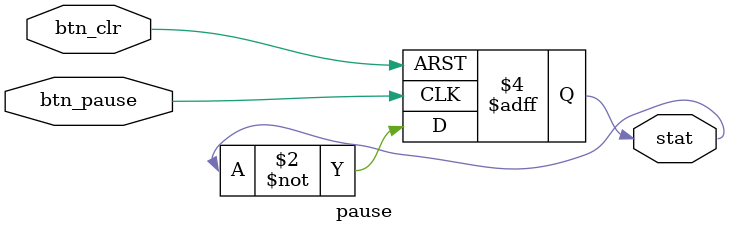
<source format=v>
`timescale 1ns / 1ps
module pause(btn_pause, btn_clr, stat
    );
	input btn_pause, btn_clr;
	output reg stat = 0;
	always@(posedge btn_pause or posedge btn_clr) begin
		if(btn_clr) begin
			stat = 0;
		end
		else if(btn_pause) begin
			stat = ~stat;
		end
	end

endmodule

</source>
